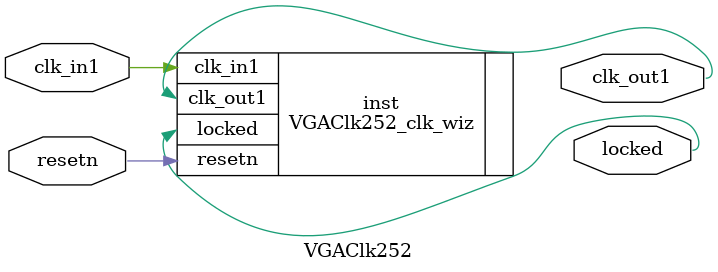
<source format=v>


`timescale 1ps/1ps

(* CORE_GENERATION_INFO = "VGAClk252,clk_wiz_v6_0_15_0_0,{component_name=VGAClk252,use_phase_alignment=true,use_min_o_jitter=false,use_max_i_jitter=false,use_dyn_phase_shift=false,use_inclk_switchover=false,use_dyn_reconfig=false,enable_axi=0,feedback_source=FDBK_AUTO,PRIMITIVE=PLL,num_out_clk=1,clkin1_period=10.000,clkin2_period=10.000,use_power_down=false,use_reset=true,use_locked=true,use_inclk_stopped=false,feedback_type=SINGLE,CLOCK_MGR_TYPE=NA,manual_override=false}" *)

module VGAClk252 
 (
  // Clock out ports
  output        clk_out1,
  // Status and control signals
  input         resetn,
  output        locked,
 // Clock in ports
  input         clk_in1
 );

  VGAClk252_clk_wiz inst
  (
  // Clock out ports  
  .clk_out1(clk_out1),
  // Status and control signals               
  .resetn(resetn), 
  .locked(locked),
 // Clock in ports
  .clk_in1(clk_in1)
  );

endmodule

</source>
